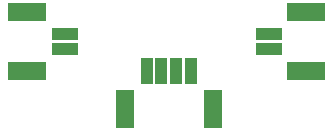
<source format=gtp>
G04*
G04 #@! TF.GenerationSoftware,Altium Limited,Altium Designer,24.1.2 (44)*
G04*
G04 Layer_Color=8421504*
%FSLAX44Y44*%
%MOMM*%
G71*
G04*
G04 #@! TF.SameCoordinates,88338F56-DE7A-4AE7-A4E1-60EBC265CD24*
G04*
G04*
G04 #@! TF.FilePolarity,Positive*
G04*
G01*
G75*
%ADD12R,1.1080X2.2080*%
%ADD13R,1.5080X3.2080*%
%ADD14R,2.2080X1.1080*%
%ADD15R,3.2080X1.5080*%
D12*
X452312Y335838D02*
D03*
X464812D02*
D03*
X477312D02*
D03*
X489812D02*
D03*
D13*
X433812Y303838D02*
D03*
X508312D02*
D03*
D14*
X555744Y354853D02*
D03*
Y367353D02*
D03*
X383010D02*
D03*
Y354853D02*
D03*
D15*
X587744Y385853D02*
D03*
Y336353D02*
D03*
X351010D02*
D03*
Y385853D02*
D03*
M02*

</source>
